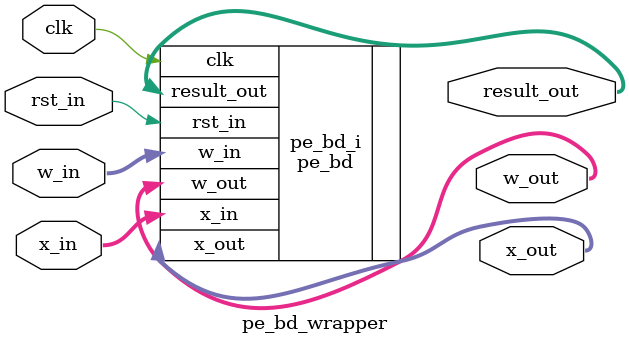
<source format=v>
`timescale 1 ps / 1 ps

module pe_bd_wrapper
   (clk,
    result_out,
    rst_in,
    w_in,
    w_out,
    x_in,
    x_out);
  input clk;
  output [31:0]result_out;
  input [0:0]rst_in;
  input [31:0]w_in;
  output [31:0]w_out;
  input [31:0]x_in;
  output [31:0]x_out;

  wire clk;
  wire [31:0]result_out;
  wire [0:0]rst_in;
  wire [31:0]w_in;
  wire [31:0]w_out;
  wire [31:0]x_in;
  wire [31:0]x_out;

  pe_bd pe_bd_i
       (.clk(clk),
        .result_out(result_out),
        .rst_in(rst_in),
        .w_in(w_in),
        .w_out(w_out),
        .x_in(x_in),
        .x_out(x_out));
endmodule

</source>
